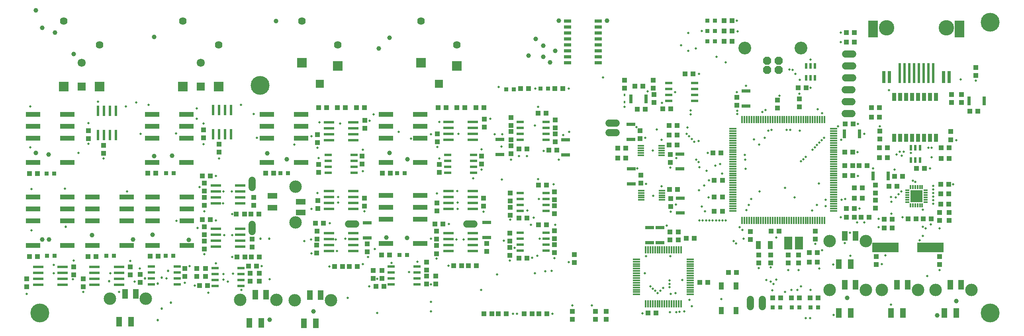
<source format=gbr>
G04 EAGLE Gerber RS-274X export*
G75*
%MOMM*%
%FSLAX34Y34*%
%LPD*%
%INSoldermask Top*%
%IPPOS*%
%AMOC8*
5,1,8,0,0,1.08239X$1,22.5*%
G01*
%ADD10C,4.020000*%
%ADD11R,2.120000X2.120000*%
%ADD12R,1.720000X1.720000*%
%ADD13C,1.620000*%
%ADD14R,3.020000X1.130000*%
%ADD15C,1.720000*%
%ADD16R,2.220000X0.620000*%
%ADD17R,0.620000X2.220000*%
%ADD18R,1.520000X0.620000*%
%ADD19R,1.544000X0.655000*%
%ADD20R,0.820000X0.820000*%
%ADD21R,1.020000X1.120000*%
%ADD22R,1.120000X1.020000*%
%ADD23C,1.520000*%
%ADD24R,1.420000X0.320000*%
%ADD25R,0.440000X0.590000*%
%ADD26R,1.020000X1.570000*%
%ADD27R,0.320000X1.495000*%
%ADD28R,1.495000X0.320000*%
%ADD29P,1.836166X8X202.500000*%
%ADD30C,2.720000*%
%ADD31R,1.840000X0.640000*%
%ADD32R,0.640000X1.840000*%
%ADD33R,1.213800X2.026600*%
%ADD34C,2.648900*%
%ADD35R,0.820000X1.665000*%
%ADD36R,0.870000X0.320000*%
%ADD37R,0.320000X0.870000*%
%ADD38R,2.620000X2.620000*%
%ADD39R,0.630000X4.320000*%
%ADD40R,0.720000X2.520000*%
%ADD41R,2.052000X3.620000*%
%ADD42C,3.270000*%
%ADD43R,0.620000X1.170000*%
%ADD44R,1.020000X1.820000*%
%ADD45R,1.770000X2.670000*%
%ADD46R,5.620000X2.120000*%
%ADD47R,2.026600X1.213800*%
%ADD48C,0.470000*%
%ADD49C,0.980000*%
%ADD50C,0.520000*%


D10*
X2060000Y660000D03*
X508000Y525000D03*
X40000Y40000D03*
X2060000Y40000D03*
D11*
X673100Y566650D03*
D12*
X635000Y528500D03*
D11*
X596900Y573000D03*
D13*
X596900Y661900D03*
X673100Y611100D03*
D14*
X595450Y360770D03*
X595450Y412560D03*
X595450Y437960D03*
X595450Y463360D03*
X522550Y463360D03*
X522550Y437960D03*
X522550Y412560D03*
X522550Y360770D03*
X98450Y360770D03*
X98450Y412560D03*
X98450Y437960D03*
X98450Y463360D03*
X25550Y463360D03*
X25550Y437960D03*
X25550Y412560D03*
X25550Y360770D03*
D15*
X129000Y573000D03*
D11*
X90900Y522200D03*
D12*
X129000Y522200D03*
D11*
X167100Y522200D03*
D13*
X90900Y662000D03*
X167100Y611100D03*
D16*
X654000Y433350D03*
X706000Y433350D03*
X654000Y446050D03*
X654000Y420650D03*
X654000Y407950D03*
X706000Y446050D03*
X706000Y420650D03*
X706000Y407950D03*
D11*
X926100Y566650D03*
D12*
X888000Y528500D03*
D11*
X849900Y573000D03*
D13*
X849900Y661900D03*
X926100Y611100D03*
D15*
X382000Y573000D03*
D11*
X343900Y522200D03*
D12*
X382000Y522200D03*
D11*
X420100Y522200D03*
D13*
X343900Y662000D03*
X420100Y611100D03*
D14*
X351450Y360770D03*
X351450Y412560D03*
X351450Y437960D03*
X351450Y463360D03*
X278550Y463360D03*
X278550Y437960D03*
X278550Y412560D03*
X278550Y360770D03*
X848450Y360770D03*
X848450Y412560D03*
X848450Y437960D03*
X848450Y463360D03*
X775550Y463360D03*
X775550Y437960D03*
X775550Y412560D03*
X775550Y360770D03*
D16*
X908000Y434350D03*
X960000Y434350D03*
X908000Y447050D03*
X908000Y421650D03*
X908000Y408950D03*
X960000Y447050D03*
X960000Y421650D03*
X960000Y408950D03*
D17*
X433350Y473000D03*
X433350Y421000D03*
X446050Y473000D03*
X420650Y473000D03*
X407950Y473000D03*
X446050Y421000D03*
X420650Y421000D03*
X407950Y421000D03*
X188350Y471000D03*
X188350Y419000D03*
X201050Y471000D03*
X175650Y471000D03*
X162950Y471000D03*
X201050Y419000D03*
X175650Y419000D03*
X162950Y419000D03*
D18*
X961500Y351650D03*
X906500Y351650D03*
X961500Y338950D03*
X961500Y364350D03*
X961500Y377050D03*
X906500Y338950D03*
X906500Y364350D03*
X906500Y377050D03*
D16*
X908000Y287350D03*
X960000Y287350D03*
X908000Y300050D03*
X908000Y274650D03*
X908000Y261950D03*
X960000Y300050D03*
X960000Y274650D03*
X960000Y261950D03*
X654000Y287350D03*
X706000Y287350D03*
X654000Y300050D03*
X654000Y274650D03*
X654000Y261950D03*
X706000Y300050D03*
X706000Y274650D03*
X706000Y261950D03*
D14*
X848450Y187770D03*
X848450Y239560D03*
X848450Y264960D03*
X848450Y290360D03*
X775550Y290360D03*
X775550Y264960D03*
X775550Y239560D03*
X775550Y187770D03*
D16*
X88000Y112650D03*
X36000Y112650D03*
X88000Y99950D03*
X88000Y125350D03*
X88000Y138050D03*
X36000Y99950D03*
X36000Y125350D03*
X36000Y138050D03*
X208000Y112650D03*
X156000Y112650D03*
X208000Y99950D03*
X208000Y125350D03*
X208000Y138050D03*
X156000Y99950D03*
X156000Y125350D03*
X156000Y138050D03*
D14*
X98450Y184270D03*
X98450Y236060D03*
X98450Y261460D03*
X98450Y286860D03*
X25550Y286860D03*
X25550Y261460D03*
X25550Y236060D03*
X25550Y184270D03*
X224450Y184270D03*
X224450Y236060D03*
X224450Y261460D03*
X224450Y286860D03*
X151550Y286860D03*
X151550Y261460D03*
X151550Y236060D03*
X151550Y184270D03*
X352450Y184270D03*
X352450Y236060D03*
X352450Y261460D03*
X352450Y286860D03*
X279550Y286860D03*
X279550Y261460D03*
X279550Y236060D03*
X279550Y184270D03*
D18*
X331500Y113650D03*
X276500Y113650D03*
X331500Y100950D03*
X331500Y126350D03*
X331500Y139050D03*
X276500Y100950D03*
X276500Y126350D03*
X276500Y139050D03*
D19*
X1226400Y573550D03*
X1226400Y586250D03*
X1226400Y598950D03*
X1226400Y611650D03*
X1226400Y624350D03*
X1226400Y637050D03*
X1226400Y649750D03*
X1226400Y662450D03*
X1161600Y662450D03*
X1161600Y649750D03*
X1161600Y637050D03*
X1161600Y624350D03*
X1161600Y611650D03*
X1161600Y598950D03*
X1161600Y586250D03*
X1161600Y573550D03*
D20*
X551000Y338000D03*
X567000Y338000D03*
X799000Y338000D03*
X815000Y338000D03*
X55000Y161500D03*
X71000Y161500D03*
X181000Y161500D03*
X197000Y161500D03*
X307000Y161500D03*
X323000Y161500D03*
D21*
X766500Y164000D03*
X783500Y164000D03*
X17500Y160500D03*
X34500Y160500D03*
X142500Y160500D03*
X159500Y160500D03*
D16*
X960000Y184650D03*
X908000Y184650D03*
X960000Y171950D03*
X960000Y197350D03*
X960000Y210050D03*
X908000Y171950D03*
X908000Y197350D03*
X908000Y210050D03*
X706000Y184650D03*
X654000Y184650D03*
X706000Y171950D03*
X706000Y197350D03*
X706000Y210050D03*
X654000Y171950D03*
X654000Y197350D03*
X654000Y210050D03*
D18*
X841500Y113650D03*
X786500Y113650D03*
X841500Y100950D03*
X841500Y126350D03*
X841500Y139050D03*
X786500Y100950D03*
X786500Y126350D03*
X786500Y139050D03*
D22*
X862000Y118500D03*
X862000Y101500D03*
X767000Y130500D03*
X767000Y113500D03*
X883000Y197500D03*
X883000Y214500D03*
X629000Y197500D03*
X629000Y214500D03*
X990000Y188500D03*
X990000Y171500D03*
X736000Y187500D03*
X736000Y170500D03*
D18*
X1060500Y434350D03*
X1115500Y434350D03*
X1060500Y447050D03*
X1060500Y421650D03*
X1060500Y408950D03*
X1115500Y447050D03*
X1115500Y421650D03*
X1115500Y408950D03*
D22*
X1135000Y434500D03*
X1135000Y451500D03*
D23*
X710900Y230000D02*
X695900Y230000D01*
X947700Y230000D02*
X962700Y230000D01*
D20*
X54000Y337000D03*
X70000Y337000D03*
D21*
X17500Y337000D03*
X34500Y337000D03*
D20*
X308000Y338000D03*
X324000Y338000D03*
D21*
X269500Y338000D03*
X286500Y338000D03*
X1031500Y38000D03*
X1014500Y38000D03*
X1069500Y38000D03*
X1086500Y38000D03*
D24*
X1318000Y301000D03*
X1318000Y296000D03*
X1318000Y291000D03*
X1318000Y286000D03*
X1318000Y281000D03*
X1362000Y281000D03*
X1362000Y286000D03*
X1362000Y291000D03*
X1362000Y296000D03*
X1362000Y301000D03*
X1317000Y396000D03*
X1317000Y391000D03*
X1317000Y386000D03*
X1317000Y381000D03*
X1317000Y376000D03*
X1361000Y376000D03*
X1361000Y381000D03*
X1361000Y386000D03*
X1361000Y391000D03*
X1361000Y396000D03*
D16*
X466000Y286650D03*
X414000Y286650D03*
X466000Y273950D03*
X466000Y299350D03*
X466000Y312050D03*
X414000Y273950D03*
X414000Y299350D03*
X414000Y312050D03*
X466000Y193650D03*
X414000Y193650D03*
X466000Y180950D03*
X466000Y206350D03*
X466000Y219050D03*
X414000Y180950D03*
X414000Y206350D03*
X414000Y219050D03*
D18*
X412500Y123350D03*
X467500Y123350D03*
X412500Y136050D03*
X412500Y110650D03*
X412500Y97950D03*
X467500Y136050D03*
X467500Y110650D03*
X467500Y97950D03*
D22*
X392000Y117500D03*
X392000Y134500D03*
X487000Y107500D03*
X487000Y124500D03*
X389000Y299500D03*
X389000Y316500D03*
X389000Y206500D03*
X389000Y223500D03*
X494000Y286500D03*
X494000Y269500D03*
X491000Y197500D03*
X491000Y180500D03*
D21*
X950500Y141000D03*
X967500Y141000D03*
X919500Y141000D03*
X936500Y141000D03*
X697500Y139000D03*
X714500Y139000D03*
X666500Y139000D03*
X683500Y139000D03*
X488500Y251000D03*
X505500Y251000D03*
X457500Y251000D03*
X474500Y251000D03*
X489500Y159000D03*
X506500Y159000D03*
X458500Y159000D03*
X475500Y159000D03*
D22*
X1135000Y404500D03*
X1135000Y421500D03*
X1041000Y439500D03*
X1041000Y456500D03*
X1041000Y409500D03*
X1041000Y426500D03*
D23*
X490800Y228500D02*
X490800Y213500D01*
X490600Y307500D02*
X490600Y322500D01*
D18*
X1115500Y185650D03*
X1060500Y185650D03*
X1115500Y172950D03*
X1115500Y198350D03*
X1115500Y211050D03*
X1060500Y172950D03*
X1060500Y198350D03*
X1060500Y211050D03*
D22*
X1283000Y519500D03*
X1283000Y536500D03*
D21*
X1321500Y523000D03*
X1304500Y523000D03*
D22*
X1345000Y505500D03*
X1345000Y488500D03*
D21*
X1326500Y474000D03*
X1309500Y474000D03*
D22*
X1134000Y168500D03*
X1134000Y185500D03*
X1134000Y251500D03*
X1134000Y268500D03*
X1134000Y198500D03*
X1134000Y215500D03*
X1134000Y281500D03*
X1134000Y298500D03*
X1039000Y162500D03*
X1039000Y179500D03*
X1039000Y193500D03*
X1039000Y210500D03*
X1040000Y248500D03*
X1040000Y265500D03*
X1040000Y278500D03*
X1040000Y295500D03*
D21*
X1285500Y391000D03*
X1268500Y391000D03*
X1121500Y387000D03*
X1138500Y387000D03*
X1285500Y370000D03*
X1268500Y370000D03*
D22*
X1041000Y379500D03*
X1041000Y396500D03*
D25*
X1283000Y504750D03*
X1283000Y489250D03*
D26*
X1488000Y97250D03*
X1488000Y44750D03*
X1520000Y44750D03*
X1520000Y97250D03*
D27*
X1532500Y237620D03*
X1537500Y237620D03*
X1542500Y237620D03*
X1547500Y237620D03*
X1552500Y237620D03*
X1557500Y237620D03*
X1562500Y237620D03*
X1567500Y237620D03*
X1572500Y237620D03*
X1577500Y237620D03*
X1582500Y237620D03*
X1587500Y237620D03*
X1592500Y237620D03*
X1597500Y237620D03*
X1602500Y237620D03*
X1607500Y237620D03*
X1612500Y237620D03*
X1617500Y237620D03*
X1622500Y237620D03*
X1627500Y237620D03*
X1632500Y237620D03*
X1637500Y237620D03*
X1642500Y237620D03*
X1647500Y237620D03*
X1652500Y237620D03*
X1657500Y237620D03*
X1662500Y237620D03*
X1667500Y237620D03*
X1672500Y237620D03*
X1677500Y237620D03*
X1682500Y237620D03*
X1687500Y237620D03*
X1692500Y237620D03*
X1697500Y237620D03*
X1702500Y237620D03*
X1707500Y237620D03*
D28*
X1727380Y257500D03*
X1727380Y262500D03*
X1727380Y267500D03*
X1727380Y272500D03*
X1727380Y277500D03*
X1727380Y282500D03*
X1727380Y287500D03*
X1727380Y292500D03*
X1727380Y297500D03*
X1727380Y302500D03*
X1727380Y307500D03*
X1727380Y312500D03*
X1727380Y317500D03*
X1727380Y322500D03*
X1727380Y327500D03*
X1727380Y332500D03*
X1727380Y337500D03*
X1727380Y342500D03*
X1727380Y347500D03*
X1727380Y352500D03*
X1727380Y357500D03*
X1727380Y362500D03*
X1727380Y367500D03*
X1727380Y372500D03*
X1727380Y377500D03*
X1727380Y382500D03*
X1727380Y387500D03*
X1727380Y392500D03*
X1727380Y397500D03*
X1727380Y402500D03*
X1727380Y407500D03*
X1727380Y412500D03*
X1727380Y417500D03*
X1727380Y422500D03*
X1727380Y427500D03*
X1727380Y432500D03*
D27*
X1707500Y452380D03*
X1702500Y452380D03*
X1697500Y452380D03*
X1692500Y452380D03*
X1687500Y452380D03*
X1682500Y452380D03*
X1677500Y452380D03*
X1672500Y452380D03*
X1667500Y452380D03*
X1662500Y452380D03*
X1657500Y452380D03*
X1652500Y452380D03*
X1647500Y452380D03*
X1642500Y452380D03*
X1637500Y452380D03*
X1632500Y452380D03*
X1627500Y452380D03*
X1622500Y452380D03*
X1617500Y452380D03*
X1612500Y452380D03*
X1607500Y452380D03*
X1602500Y452380D03*
X1597500Y452380D03*
X1592500Y452380D03*
X1587500Y452380D03*
X1582500Y452380D03*
X1577500Y452380D03*
X1572500Y452380D03*
X1567500Y452380D03*
X1562500Y452380D03*
X1557500Y452380D03*
X1552500Y452380D03*
X1547500Y452380D03*
X1542500Y452380D03*
X1537500Y452380D03*
X1532500Y452380D03*
D28*
X1512620Y432500D03*
X1512620Y427500D03*
X1512620Y422500D03*
X1512620Y417500D03*
X1512620Y412500D03*
X1512620Y407500D03*
X1512620Y402500D03*
X1512620Y397500D03*
X1512620Y392500D03*
X1512620Y387500D03*
X1512620Y382500D03*
X1512620Y377500D03*
X1512620Y372500D03*
X1512620Y367500D03*
X1512620Y362500D03*
X1512620Y357500D03*
X1512620Y352500D03*
X1512620Y347500D03*
X1512620Y342500D03*
X1512620Y337500D03*
X1512620Y332500D03*
X1512620Y327500D03*
X1512620Y322500D03*
X1512620Y317500D03*
X1512620Y312500D03*
X1512620Y307500D03*
X1512620Y302500D03*
X1512620Y297500D03*
X1512620Y292500D03*
X1512620Y287500D03*
X1512620Y282500D03*
X1512620Y277500D03*
X1512620Y272500D03*
X1512620Y267500D03*
X1512620Y262500D03*
X1512620Y257500D03*
D29*
X1585500Y557900D03*
X1610500Y557900D03*
X1610500Y577900D03*
X1585500Y577900D03*
D30*
X1658000Y605000D03*
X1538000Y605000D03*
D27*
X1327500Y59620D03*
X1332500Y59620D03*
X1337500Y59620D03*
X1342500Y59620D03*
X1347500Y59620D03*
X1352500Y59620D03*
X1357500Y59620D03*
X1362500Y59620D03*
X1367500Y59620D03*
X1372500Y59620D03*
X1377500Y59620D03*
X1382500Y59620D03*
X1387500Y59620D03*
X1392500Y59620D03*
X1397500Y59620D03*
X1402500Y59620D03*
D28*
X1422380Y79500D03*
X1422380Y84500D03*
X1422380Y89500D03*
X1422380Y94500D03*
X1422380Y99500D03*
X1422380Y104500D03*
X1422380Y109500D03*
X1422380Y114500D03*
X1422380Y119500D03*
X1422380Y124500D03*
X1422380Y129500D03*
X1422380Y134500D03*
X1422380Y139500D03*
X1422380Y144500D03*
X1422380Y149500D03*
X1422380Y154500D03*
D27*
X1402500Y174380D03*
X1397500Y174380D03*
X1392500Y174380D03*
X1387500Y174380D03*
X1382500Y174380D03*
X1377500Y174380D03*
X1372500Y174380D03*
X1367500Y174380D03*
X1362500Y174380D03*
X1357500Y174380D03*
X1352500Y174380D03*
X1347500Y174380D03*
X1342500Y174380D03*
X1337500Y174380D03*
X1332500Y174380D03*
X1327500Y174380D03*
D28*
X1307620Y154500D03*
X1307620Y149500D03*
X1307620Y144500D03*
X1307620Y139500D03*
X1307620Y134500D03*
X1307620Y129500D03*
X1307620Y124500D03*
X1307620Y119500D03*
X1307620Y114500D03*
X1307620Y109500D03*
X1307620Y104500D03*
X1307620Y99500D03*
X1307620Y94500D03*
X1307620Y89500D03*
X1307620Y84500D03*
X1307620Y79500D03*
D21*
X1349500Y40000D03*
X1332500Y40000D03*
D22*
X1442500Y105000D03*
X1459500Y105000D03*
D21*
X1430500Y199000D03*
X1413500Y199000D03*
D31*
X1336000Y190000D03*
X1336000Y222000D03*
X1358000Y190000D03*
X1358000Y222000D03*
D21*
X1397000Y195500D03*
X1397000Y212500D03*
X1379000Y195500D03*
X1379000Y212500D03*
D32*
X1296000Y496000D03*
X1328000Y496000D03*
D31*
X1296000Y410000D03*
X1296000Y442000D03*
X1400000Y379000D03*
X1400000Y347000D03*
X1297000Y315000D03*
X1297000Y347000D03*
X1401000Y285000D03*
X1401000Y253000D03*
D33*
X636460Y78000D03*
X626300Y18056D03*
X613600Y78000D03*
X600900Y18056D03*
D34*
X658304Y67078D03*
X581596Y67078D03*
D33*
X1884460Y100000D03*
X1874300Y40056D03*
X1861600Y100000D03*
X1848900Y40056D03*
D34*
X1906304Y89078D03*
X1829596Y89078D03*
D35*
X1855550Y413220D03*
X1868250Y413220D03*
X1880950Y413220D03*
X1893650Y413220D03*
X1906350Y413220D03*
X1919050Y413220D03*
X1931750Y413220D03*
X1944450Y413220D03*
X1944450Y500780D03*
X1931750Y500780D03*
X1919050Y500780D03*
X1906350Y500780D03*
X1893650Y500780D03*
X1880950Y500780D03*
X1868250Y500780D03*
X1855550Y500780D03*
D36*
X1883500Y301500D03*
X1883500Y296500D03*
X1883500Y291500D03*
X1883500Y286500D03*
X1883500Y281500D03*
X1883500Y276500D03*
D37*
X1890500Y269500D03*
X1895500Y269500D03*
X1900500Y269500D03*
X1905500Y269500D03*
X1910500Y269500D03*
X1915500Y269500D03*
D36*
X1922500Y276500D03*
X1922500Y281500D03*
X1922500Y286500D03*
X1922500Y291500D03*
X1922500Y296500D03*
X1922500Y301500D03*
D37*
X1915500Y308500D03*
X1910500Y308500D03*
X1905500Y308500D03*
X1900500Y308500D03*
X1895500Y308500D03*
X1890500Y308500D03*
D38*
X1903000Y289000D03*
D39*
X1867300Y551500D03*
X1877500Y551500D03*
X1887700Y551500D03*
X1897900Y551500D03*
X1908100Y551500D03*
X1918300Y551500D03*
X1928500Y551500D03*
X1938700Y551500D03*
D40*
X1833500Y542500D03*
X1845600Y542500D03*
X1960400Y542500D03*
X1972500Y542500D03*
D41*
X1995040Y645000D03*
X1810960Y645000D03*
D42*
X1966500Y647500D03*
X1839500Y647500D03*
D21*
X1490500Y287000D03*
X1473500Y287000D03*
D20*
X1598000Y52000D03*
X1614000Y52000D03*
D21*
X1597500Y72000D03*
X1614500Y72000D03*
D20*
X1638000Y52000D03*
X1654000Y52000D03*
D21*
X1637500Y72000D03*
X1654500Y72000D03*
D20*
X1678000Y52000D03*
X1694000Y52000D03*
D21*
X1677500Y72000D03*
X1694500Y72000D03*
D33*
X1998460Y100000D03*
X1988300Y40056D03*
X1975600Y100000D03*
X1962900Y40056D03*
D34*
X2020304Y89078D03*
X1943596Y89078D03*
D22*
X1221000Y26500D03*
X1221000Y43500D03*
X1172000Y26500D03*
X1172000Y43500D03*
X1176000Y164500D03*
X1176000Y147500D03*
D23*
X1550000Y68500D02*
X1550000Y53500D01*
X1575400Y53500D02*
X1575400Y68500D01*
D21*
X1651500Y520000D03*
X1668500Y520000D03*
D43*
X1668500Y541000D03*
X1678000Y541000D03*
X1687500Y541000D03*
X1687500Y567000D03*
X1678000Y567000D03*
X1668500Y567000D03*
D44*
X1567500Y185000D03*
X1592500Y185000D03*
D45*
X1630500Y189000D03*
X1653500Y189000D03*
D21*
X1593000Y163500D03*
X1593000Y146500D03*
X1568000Y163500D03*
X1568000Y146500D03*
X1653000Y163500D03*
X1653000Y146500D03*
X1631000Y163500D03*
X1631000Y146500D03*
D32*
X1750000Y422000D03*
X1782000Y422000D03*
D31*
X1541000Y481000D03*
X1541000Y513000D03*
D21*
X1521000Y482500D03*
X1521000Y499500D03*
X1608000Y476500D03*
X1608000Y493500D03*
X1654000Y479500D03*
X1654000Y496500D03*
D22*
X1751500Y443000D03*
X1768500Y443000D03*
X1750500Y383000D03*
X1767500Y383000D03*
X1750500Y333000D03*
X1767500Y333000D03*
X1754500Y263000D03*
X1771500Y263000D03*
D21*
X1688000Y197500D03*
X1688000Y214500D03*
D22*
X1594500Y214000D03*
X1611500Y214000D03*
D21*
X1550000Y196500D03*
X1550000Y213500D03*
D22*
X1487500Y381000D03*
X1470500Y381000D03*
X1490500Y323000D03*
X1473500Y323000D03*
X1490500Y257000D03*
X1473500Y257000D03*
D43*
X1910500Y392000D03*
X1901000Y392000D03*
X1891500Y392000D03*
X1891500Y366000D03*
X1901000Y366000D03*
X1910500Y366000D03*
D22*
X1844500Y310000D03*
X1861500Y310000D03*
X1816000Y312500D03*
X1816000Y295500D03*
X1816000Y263500D03*
X1816000Y280500D03*
X1973000Y237500D03*
X1973000Y254500D03*
D21*
X1971500Y272000D03*
X1954500Y272000D03*
X1954500Y294000D03*
X1971500Y294000D03*
X1771500Y307000D03*
X1788500Y307000D03*
X1771500Y285000D03*
X1788500Y285000D03*
D22*
X1952000Y237500D03*
X1952000Y254500D03*
D21*
X1934500Y241000D03*
X1917500Y241000D03*
D22*
X1885500Y241000D03*
X1902500Y241000D03*
X1834500Y240000D03*
X1851500Y240000D03*
X1834500Y221000D03*
X1851500Y221000D03*
X1971500Y314000D03*
X1954500Y314000D03*
D32*
X1843000Y332000D03*
X1811000Y332000D03*
D21*
X1976000Y409500D03*
X1976000Y426500D03*
X1825000Y427500D03*
X1825000Y410500D03*
X1841500Y371000D03*
X1824500Y371000D03*
X1841500Y392000D03*
X1824500Y392000D03*
X1955500Y392000D03*
X1972500Y392000D03*
X1955500Y369000D03*
X1972500Y369000D03*
D22*
X1920500Y348000D03*
X1903500Y348000D03*
D21*
X1754500Y617000D03*
X1771500Y617000D03*
D22*
X2029000Y546500D03*
X2029000Y563500D03*
D21*
X1754500Y638000D03*
X1771500Y638000D03*
D18*
X1115500Y270650D03*
X1060500Y270650D03*
X1115500Y257950D03*
X1115500Y283350D03*
X1115500Y296050D03*
X1060500Y257950D03*
X1060500Y283350D03*
X1060500Y296050D03*
X1431500Y504650D03*
X1376500Y504650D03*
X1431500Y491950D03*
X1431500Y517350D03*
X1431500Y530050D03*
X1376500Y491950D03*
X1376500Y517350D03*
X1376500Y530050D03*
D31*
X1018000Y410000D03*
X1018000Y378000D03*
X1157000Y377000D03*
X1157000Y409000D03*
D46*
X1932500Y180000D03*
X1837500Y180000D03*
D21*
X1952000Y143500D03*
X1952000Y160500D03*
X1818000Y143500D03*
X1818000Y160500D03*
X1754500Y244000D03*
X1771500Y244000D03*
X1750500Y354000D03*
X1767500Y354000D03*
X1692500Y148000D03*
X1675500Y148000D03*
X1151500Y518000D03*
X1134500Y518000D03*
X1061500Y518000D03*
X1078500Y518000D03*
D20*
X1104000Y518000D03*
X1120000Y518000D03*
X1031000Y517000D03*
X1047000Y517000D03*
X1459000Y619000D03*
X1475000Y619000D03*
X1459000Y641000D03*
X1475000Y641000D03*
X1459000Y663000D03*
X1475000Y663000D03*
D21*
X1494500Y619000D03*
X1511500Y619000D03*
X1494500Y641000D03*
X1511500Y641000D03*
X1494500Y663000D03*
X1511500Y663000D03*
D32*
X2015000Y492000D03*
X2047000Y492000D03*
D22*
X1978000Y488500D03*
X1978000Y505500D03*
X1999000Y488500D03*
X1999000Y505500D03*
D21*
X1807500Y457000D03*
X1824500Y457000D03*
X1807500Y478000D03*
X1824500Y478000D03*
X2033500Y470000D03*
X2016500Y470000D03*
D31*
X990000Y233000D03*
X990000Y201000D03*
X736000Y232000D03*
X736000Y200000D03*
D33*
X1773460Y100000D03*
X1763300Y40056D03*
X1750600Y100000D03*
X1737900Y40056D03*
D34*
X1795304Y89078D03*
X1718596Y89078D03*
D18*
X707500Y351650D03*
X652500Y351650D03*
X707500Y338950D03*
X707500Y364350D03*
X707500Y377050D03*
X652500Y338950D03*
X652500Y364350D03*
X652500Y377050D03*
D21*
X1377500Y419000D03*
X1394500Y419000D03*
X1377500Y440000D03*
X1394500Y440000D03*
X1378500Y303000D03*
X1395500Y303000D03*
X1377500Y398000D03*
X1394500Y398000D03*
D22*
X1244000Y26500D03*
X1244000Y43500D03*
D21*
X985000Y436500D03*
X985000Y453500D03*
X885000Y404500D03*
X885000Y421500D03*
X630000Y403500D03*
X630000Y420500D03*
X731000Y433500D03*
X731000Y450500D03*
X889000Y339500D03*
X889000Y356500D03*
X979000Y374500D03*
X979000Y357500D03*
X253000Y105500D03*
X253000Y122500D03*
X348000Y134500D03*
X348000Y117500D03*
X421000Y399500D03*
X421000Y382500D03*
X388000Y413500D03*
X388000Y430500D03*
X175000Y397500D03*
X175000Y380500D03*
X143000Y411500D03*
X143000Y428500D03*
X1317000Y316500D03*
X1317000Y333500D03*
X1344000Y536500D03*
X1344000Y519500D03*
X631000Y262500D03*
X631000Y279500D03*
X983000Y284500D03*
X983000Y267500D03*
X1380000Y377500D03*
X1380000Y360500D03*
X884000Y257500D03*
X884000Y274500D03*
X1381000Y283500D03*
X1381000Y266500D03*
X730000Y284500D03*
X730000Y267500D03*
X112000Y138500D03*
X112000Y121500D03*
X12000Y112500D03*
X12000Y95500D03*
X232000Y138500D03*
X232000Y121500D03*
X132000Y112500D03*
X132000Y95500D03*
D22*
X483500Y140000D03*
X500500Y140000D03*
X396500Y98000D03*
X379500Y98000D03*
D21*
X1316000Y411500D03*
X1316000Y428500D03*
D22*
X385500Y239000D03*
X402500Y239000D03*
D21*
X389000Y193500D03*
X389000Y176500D03*
X389000Y286500D03*
X389000Y269500D03*
D22*
X385500Y332000D03*
X402500Y332000D03*
X1503500Y126000D03*
X1520500Y126000D03*
X1058500Y157000D03*
X1075500Y157000D03*
X1099500Y228000D03*
X1116500Y228000D03*
X771500Y97000D03*
X754500Y97000D03*
D21*
X862000Y148500D03*
X862000Y131500D03*
D22*
X1115500Y466000D03*
X1098500Y466000D03*
X1058500Y390000D03*
X1075500Y390000D03*
X625500Y231000D03*
X642500Y231000D03*
D21*
X628000Y184500D03*
X628000Y167500D03*
D22*
X879500Y230000D03*
X896500Y230000D03*
D21*
X883000Y183500D03*
X883000Y166500D03*
X632000Y339500D03*
X632000Y356500D03*
X725000Y374500D03*
X725000Y357500D03*
D22*
X1058500Y242000D03*
X1075500Y242000D03*
X1099500Y313000D03*
X1116500Y313000D03*
X1380500Y475000D03*
X1363500Y475000D03*
X1411500Y550000D03*
X1428500Y550000D03*
X632500Y478000D03*
X649500Y478000D03*
X672500Y478000D03*
X689500Y478000D03*
X712500Y478000D03*
X729500Y478000D03*
X926500Y478000D03*
X943500Y478000D03*
X886500Y478000D03*
X903500Y478000D03*
X966500Y478000D03*
X983500Y478000D03*
D21*
X506000Y107500D03*
X506000Y124500D03*
X373000Y117500D03*
X373000Y134500D03*
X881000Y118500D03*
X881000Y101500D03*
X748000Y130500D03*
X748000Y113500D03*
X1100500Y38000D03*
X1117500Y38000D03*
X1000500Y38000D03*
X983500Y38000D03*
X1785500Y244000D03*
X1802500Y244000D03*
X1781500Y354000D03*
X1798500Y354000D03*
X1675500Y169000D03*
X1692500Y169000D03*
X1873500Y331000D03*
X1856500Y331000D03*
X767500Y338000D03*
X784500Y338000D03*
X274500Y161000D03*
X291500Y161000D03*
X519500Y338000D03*
X536500Y338000D03*
D20*
X804000Y164000D03*
X820000Y164000D03*
D47*
X594000Y254540D03*
X534056Y264700D03*
X594000Y277400D03*
X534056Y290100D03*
D34*
X583078Y232696D03*
X583078Y309404D03*
D33*
X520460Y79000D03*
X510300Y19056D03*
X497600Y79000D03*
X484900Y19056D03*
D34*
X542304Y68078D03*
X465596Y68078D03*
D33*
X243460Y81000D03*
X233300Y21056D03*
X220600Y81000D03*
X207900Y21056D03*
D34*
X265304Y70078D03*
X188596Y70078D03*
D33*
X1773460Y204000D03*
X1763300Y144056D03*
X1750600Y204000D03*
X1737900Y144056D03*
D34*
X1795304Y193078D03*
X1718596Y193078D03*
D23*
X1264500Y424000D02*
X1249500Y424000D01*
X1249500Y445000D02*
X1264500Y445000D01*
X1751500Y465000D02*
X1766500Y465000D01*
X1766500Y490400D02*
X1751500Y490400D01*
X1751500Y515800D02*
X1766500Y515800D01*
X1767500Y541200D02*
X1752500Y541200D01*
X1752500Y566600D02*
X1767500Y566600D01*
X1767500Y592000D02*
X1752500Y592000D01*
D48*
X1237000Y542000D03*
X1054000Y38000D03*
D49*
X621000Y43000D03*
D48*
X871000Y198000D03*
X616000Y197000D03*
X908000Y141000D03*
X655000Y139000D03*
X842000Y149000D03*
X885000Y394000D03*
X630000Y392000D03*
X928000Y262000D03*
X1084000Y228000D03*
X979000Y389000D03*
X1058000Y374000D03*
X1164000Y518000D03*
X1099000Y325000D03*
X143000Y401000D03*
X388000Y400000D03*
X449000Y251000D03*
X449000Y159000D03*
X375000Y221000D03*
X398000Y83000D03*
X358000Y140000D03*
X232000Y151000D03*
X112000Y152000D03*
X726000Y388000D03*
X379000Y308000D03*
X617000Y262000D03*
D49*
X528000Y26000D03*
D48*
X1891000Y381000D03*
X1932000Y348000D03*
X1874000Y244000D03*
X1981000Y314000D03*
X1823000Y241000D03*
X1823000Y223000D03*
X1934000Y229000D03*
X1830000Y144000D03*
X1952000Y131000D03*
X1678000Y580000D03*
X1678000Y520000D03*
X1742000Y638000D03*
X1742000Y617000D03*
X1612000Y503000D03*
X1654000Y507000D03*
X1521000Y511000D03*
X1541000Y524000D03*
X1792000Y422000D03*
X1779000Y443000D03*
X1825000Y438000D03*
X1778000Y383000D03*
X1460000Y381000D03*
X1462000Y323000D03*
X1454000Y257000D03*
X1461000Y286000D03*
X1605000Y201000D03*
X1536000Y198000D03*
X1568000Y136000D03*
X1593000Y137000D03*
X1631000Y131000D03*
X1653000Y131000D03*
X1326000Y124500D03*
X1308250Y436250D03*
X1309750Y347750D03*
X1283000Y479000D03*
X1331777Y512146D03*
X1857000Y346000D03*
X1811000Y348000D03*
X1782000Y263000D03*
X1779000Y332000D03*
X1688000Y187000D03*
X1903000Y289000D03*
X2029000Y535000D03*
X1988000Y408000D03*
X1213000Y56000D03*
X1172000Y56000D03*
X1164000Y148000D03*
X1447000Y641000D03*
X1849000Y58000D03*
X1637000Y89000D03*
X1678000Y89000D03*
X1597000Y88000D03*
D49*
X1245000Y663000D03*
D48*
X1742000Y244000D03*
X1697000Y135000D03*
X1045500Y38000D03*
X1165000Y426000D03*
X1111000Y385000D03*
X1041000Y367000D03*
X1040000Y239000D03*
X1039000Y152000D03*
X634000Y446000D03*
X889000Y447000D03*
X630000Y296000D03*
X689000Y198000D03*
X941000Y197000D03*
X787000Y147000D03*
X825000Y127000D03*
X997000Y454000D03*
X871000Y421000D03*
X741000Y450000D03*
X617000Y417000D03*
X979000Y346000D03*
X889000Y369000D03*
X983000Y256000D03*
X1380000Y350000D03*
X884000Y295000D03*
X730000Y257000D03*
X1086000Y158000D03*
X1135000Y228000D03*
X740000Y97000D03*
X1099000Y479000D03*
X1075000Y374000D03*
X656000Y231000D03*
X617000Y167000D03*
X883000Y156000D03*
X909000Y230000D03*
X632000Y370000D03*
X726000Y342000D03*
X1076000Y258000D03*
X1132000Y314000D03*
X1362000Y488000D03*
X1441000Y550000D03*
X511000Y140000D03*
X1093000Y518000D03*
X1015000Y522000D03*
X388000Y444000D03*
X175000Y369000D03*
X421000Y369000D03*
X143000Y445000D03*
X430000Y299000D03*
X448000Y299000D03*
X414000Y332000D03*
X389000Y257000D03*
X414000Y237000D03*
X389000Y165000D03*
X432000Y206000D03*
X449000Y206000D03*
X468000Y89000D03*
X430000Y111000D03*
X369000Y98000D03*
X348000Y104000D03*
X12000Y81000D03*
X110000Y112000D03*
X132000Y85000D03*
X208000Y85000D03*
X241000Y107000D03*
X252000Y135000D03*
X925000Y197000D03*
X1381000Y256000D03*
X1488000Y70000D03*
X669000Y197000D03*
X581000Y399000D03*
X122000Y381000D03*
X501000Y413000D03*
X19000Y393000D03*
X749000Y463000D03*
X930000Y422000D03*
X494000Y464000D03*
X678000Y444000D03*
X329000Y423000D03*
X829000Y412000D03*
X254000Y422000D03*
X803000Y426000D03*
X19000Y480000D03*
X223000Y480000D03*
X271000Y484000D03*
X467000Y484000D03*
X674000Y287000D03*
X927000Y300000D03*
X978000Y89000D03*
X1012000Y122000D03*
X694000Y72000D03*
X752000Y176000D03*
D50*
X263000Y114000D03*
X187000Y108000D03*
D48*
X69000Y125000D03*
X190000Y125000D03*
X309000Y114000D03*
X757000Y40000D03*
X757000Y113000D03*
X602000Y193500D03*
X726000Y144000D03*
X69000Y142000D03*
X93000Y305000D03*
X22000Y216000D03*
X22000Y304000D03*
X871000Y43000D03*
X871000Y101000D03*
X871000Y64000D03*
X225000Y299000D03*
X330000Y236000D03*
X674000Y275000D03*
X928000Y275000D03*
X961000Y327000D03*
X163000Y490000D03*
X245000Y489000D03*
X373000Y476000D03*
X373000Y454000D03*
D49*
X31000Y381000D03*
X523000Y380000D03*
X31000Y685000D03*
X1124000Y574000D03*
X542000Y662000D03*
X283000Y374000D03*
X783000Y381000D03*
X783000Y627000D03*
X283000Y628000D03*
X1110000Y586000D03*
X776000Y201000D03*
X760000Y604000D03*
X1135000Y599000D03*
X45000Y197000D03*
X45000Y648000D03*
X1110000Y610000D03*
X151000Y206000D03*
X72000Y638000D03*
X1094000Y624000D03*
X279000Y207000D03*
X112000Y592000D03*
X1079000Y589000D03*
D48*
X1710000Y268000D03*
X1023000Y421000D03*
X1710000Y281000D03*
X1152000Y419000D03*
X671000Y172000D03*
X737000Y159000D03*
X1007000Y421000D03*
X1677000Y29000D03*
X1692000Y270000D03*
X1497540Y573881D03*
X1538000Y377000D03*
X1452000Y312000D03*
X1418000Y599000D03*
X1457000Y343000D03*
X1434000Y604000D03*
X1539000Y367000D03*
X1478000Y586000D03*
X1476000Y354000D03*
X1403000Y611000D03*
X1485751Y357566D03*
X1417950Y637050D03*
X1668000Y29000D03*
X1681000Y258000D03*
D49*
X1988000Y65000D03*
X1143000Y663000D03*
D48*
X1521000Y663000D03*
D49*
X821000Y368000D03*
X565000Y368000D03*
X321000Y375000D03*
X58000Y378000D03*
X59000Y197000D03*
X238000Y197000D03*
X356000Y196000D03*
X820000Y200000D03*
D48*
X1792000Y233000D03*
X1416000Y435000D03*
X1743000Y409000D03*
X1736480Y437520D03*
X1569000Y399000D03*
X1570000Y299000D03*
X1114000Y129000D03*
X1134000Y157000D03*
X1092000Y125000D03*
X1090000Y243000D03*
X1442000Y351000D03*
X1441000Y302000D03*
X429000Y274000D03*
X430000Y123000D03*
X528000Y112150D03*
X414000Y146000D03*
D50*
X299000Y49000D03*
X299000Y115000D03*
D48*
X1092000Y440000D03*
X1128000Y130000D03*
X1143000Y367000D03*
X1021500Y324500D03*
X1021000Y395000D03*
X1097000Y162000D03*
X1102000Y198000D03*
X1101000Y283000D03*
X1049000Y179000D03*
X1026000Y194000D03*
X450000Y124000D03*
X439000Y106540D03*
X1520000Y188000D03*
X1426000Y54000D03*
X1527000Y223000D03*
X1381000Y81000D03*
X1533000Y217000D03*
X1391000Y82000D03*
X1378000Y95000D03*
X1542000Y259000D03*
X1378000Y102000D03*
X1547000Y270000D03*
X1378000Y109000D03*
X1552000Y283000D03*
X1498000Y237000D03*
X1658000Y363000D03*
X1491000Y237000D03*
X1663000Y368000D03*
X1484000Y237000D03*
X1668000Y373000D03*
X1477000Y237000D03*
X1682000Y388000D03*
X1470000Y237000D03*
X1687000Y393000D03*
X1463000Y237000D03*
X1692000Y398000D03*
X1456000Y237000D03*
X1697000Y403000D03*
X1449000Y237000D03*
X1702000Y408000D03*
X1442000Y237000D03*
X1707000Y413000D03*
X1353000Y82000D03*
X1420000Y417000D03*
X1365000Y93000D03*
X1431000Y405000D03*
X1338000Y97000D03*
X1522000Y471000D03*
X1423000Y472000D03*
X1582000Y473000D03*
X1343000Y92000D03*
X1576000Y468000D03*
X1522000Y464000D03*
X1423000Y463000D03*
X1348000Y87000D03*
X1415000Y422000D03*
X1359000Y87000D03*
X1426000Y411000D03*
X1435000Y367000D03*
X1399499Y42209D03*
X1627000Y430000D03*
X1393000Y42000D03*
X1440000Y362000D03*
X1410000Y43000D03*
X1379000Y42000D03*
X1635000Y430000D03*
X1939000Y288000D03*
X1926000Y119000D03*
X1593000Y107000D03*
X1581000Y413000D03*
X1939000Y273000D03*
X1917000Y204000D03*
X1939000Y280500D03*
X1923000Y220000D03*
X1917000Y260000D03*
X1917000Y224000D03*
X1584000Y110000D03*
X1558000Y410000D03*
X1658000Y97000D03*
X1655000Y429000D03*
X1624000Y307000D03*
X1624000Y85000D03*
X1650000Y89000D03*
X1644000Y286000D03*
X1515000Y193000D03*
X1421000Y68000D03*
X1447000Y267000D03*
X1440000Y407000D03*
X1599000Y102000D03*
X1588460Y428540D03*
X1605000Y111000D03*
X1595000Y430000D03*
X1328000Y161000D03*
X1380000Y161000D03*
X1405000Y110000D03*
X1321000Y39000D03*
D49*
X1947000Y35000D03*
D48*
X1372000Y226000D03*
X1523000Y640000D03*
X1703000Y174000D03*
D49*
X1756000Y72000D03*
D48*
X1129000Y38000D03*
X1328000Y315000D03*
X1327000Y413000D03*
X1392000Y271000D03*
X1751000Y189000D03*
X1939000Y311000D03*
X1702632Y465924D03*
X1939000Y296000D03*
X1540000Y347000D03*
X1939000Y303500D03*
X1490279Y337399D03*
X1655000Y537000D03*
X1952000Y220000D03*
X1752000Y283000D03*
X1850000Y277000D03*
X1850000Y252000D03*
X1876540Y384000D03*
X1867460Y384000D03*
X1872000Y375000D03*
X1861000Y378000D03*
X1895250Y322000D03*
X1929000Y392000D03*
X1900750Y319000D03*
X1935500Y392000D03*
X1935500Y372000D03*
X1871000Y299000D03*
X1997000Y538000D03*
X1865000Y293000D03*
X1845000Y515000D03*
X1393000Y370000D03*
X1390000Y511000D03*
X1859028Y286750D03*
X1910000Y195000D03*
X1849000Y287000D03*
X1837000Y163000D03*
X1744000Y281000D03*
X1777000Y233000D03*
X1645500Y550000D03*
X1633000Y559000D03*
X1640000Y558000D03*
X1361000Y409500D03*
X1361000Y310000D03*
X1351000Y431000D03*
X1344000Y290000D03*
X1343000Y386000D03*
X1726000Y143000D03*
X1727000Y36000D03*
D50*
X527000Y198000D03*
X509000Y198000D03*
X318000Y62000D03*
X312000Y130000D03*
X95000Y224040D03*
X290000Y25000D03*
X290000Y103000D03*
D48*
X1762000Y211000D03*
X1696000Y316000D03*
X1763000Y162000D03*
X1693000Y474000D03*
M02*

</source>
